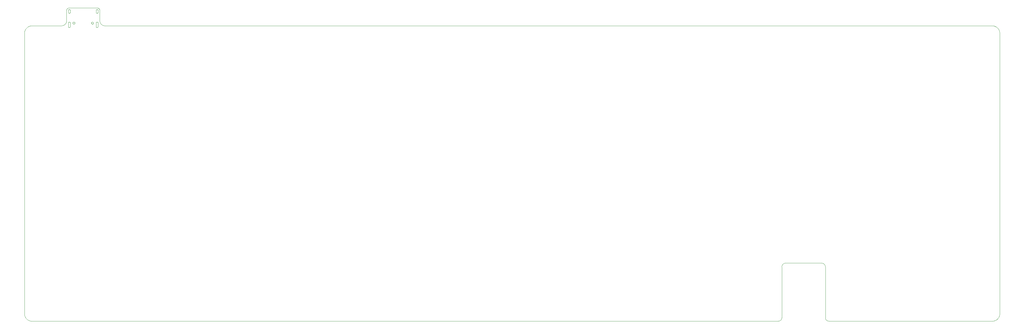
<source format=gbr>
%TF.GenerationSoftware,KiCad,Pcbnew,7.0.7*%
%TF.CreationDate,2023-09-26T20:46:34+02:00*%
%TF.ProjectId,32u4,33327534-2e6b-4696-9361-645f70636258,rev?*%
%TF.SameCoordinates,Original*%
%TF.FileFunction,Profile,NP*%
%FSLAX46Y46*%
G04 Gerber Fmt 4.6, Leading zero omitted, Abs format (unit mm)*
G04 Created by KiCad (PCBNEW 7.0.7) date 2023-09-26 20:46:34*
%MOMM*%
%LPD*%
G01*
G04 APERTURE LIST*
%TA.AperFunction,Profile*%
%ADD10C,0.010000*%
%TD*%
%ADD11C,0.010000*%
G04 APERTURE END LIST*
D10*
X33630001Y-28874999D02*
X33630001Y-28874999D01*
D11*
X40989999Y-26109807D02*
X40998595Y-26104650D01*
X41015147Y-26093567D01*
X41030815Y-26081500D01*
X41045570Y-26068504D01*
X41059379Y-26054635D01*
X41072210Y-26039946D01*
X41084033Y-26024493D01*
X41094815Y-26008330D01*
X41104525Y-25991511D01*
X41113132Y-25974092D01*
X41120604Y-25956126D01*
X41126909Y-25937670D01*
X41132016Y-25918776D01*
X41135893Y-25899500D01*
X41138509Y-25879897D01*
X41139832Y-25860022D01*
X41139999Y-25849999D01*
X39109737Y-29075628D02*
X39105249Y-29087065D01*
X39101217Y-29098597D01*
X39097637Y-29110214D01*
X39094509Y-29121902D01*
X39091828Y-29133649D01*
X39089593Y-29145445D01*
X39087802Y-29157276D01*
X39086452Y-29169132D01*
X39085540Y-29180999D01*
X39085065Y-29192867D01*
X39085023Y-29204722D01*
X39085413Y-29216554D01*
X39086233Y-29228350D01*
X39087479Y-29240098D01*
X39089150Y-29251787D01*
X39091242Y-29263404D01*
X39093755Y-29274938D01*
X39096684Y-29286376D01*
X39100029Y-29297707D01*
X39103786Y-29308919D01*
X39107954Y-29319999D01*
X39112529Y-29330937D01*
X39117509Y-29341719D01*
X39122893Y-29352334D01*
X39128678Y-29362770D01*
X39134860Y-29373016D01*
X39141439Y-29383058D01*
X39148411Y-29392886D01*
X39155775Y-29402487D01*
X39163527Y-29411849D01*
X39171666Y-29420961D01*
X39180189Y-29429811D01*
X32350001Y-30539805D02*
X32358597Y-30534648D01*
X32375149Y-30523565D01*
X32390817Y-30511498D01*
X32405572Y-30498502D01*
X32419381Y-30484633D01*
X32432212Y-30469944D01*
X32444035Y-30454491D01*
X32454817Y-30438328D01*
X32464527Y-30421509D01*
X32473134Y-30404090D01*
X32480606Y-30386124D01*
X32486911Y-30367668D01*
X32492018Y-30348774D01*
X32495895Y-30329498D01*
X32498511Y-30309895D01*
X32499834Y-30290020D01*
X32500001Y-30279997D01*
X32162207Y-24483458D02*
X32121379Y-24484479D01*
X32081086Y-24487532D01*
X32041378Y-24492565D01*
X32002305Y-24499529D01*
X31963916Y-24508375D01*
X31926261Y-24519052D01*
X31889391Y-24531510D01*
X31853354Y-24545701D01*
X31818201Y-24561574D01*
X31783981Y-24579079D01*
X31750745Y-24598167D01*
X31718542Y-24618788D01*
X31687422Y-24640892D01*
X31657435Y-24664429D01*
X31628630Y-24689349D01*
X31601059Y-24715604D01*
X31574769Y-24743142D01*
X31549812Y-24771915D01*
X31526237Y-24801872D01*
X31504093Y-24832964D01*
X31483432Y-24865141D01*
X31464302Y-24898353D01*
X31446753Y-24932550D01*
X31430836Y-24967683D01*
X31416599Y-25003702D01*
X31404094Y-25040557D01*
X31393369Y-25078198D01*
X31384475Y-25116576D01*
X31377461Y-25155640D01*
X31372378Y-25195342D01*
X31369274Y-25235630D01*
X31368201Y-25276457D01*
D10*
X40540000Y-30279997D02*
X40540000Y-29180001D01*
X252735258Y-122114373D02*
G75*
G03*
X253735173Y-121114545I42J999873D01*
G01*
D11*
X40689999Y-24990193D02*
X40681402Y-24995349D01*
X40664850Y-25006432D01*
X40649182Y-25018499D01*
X40634427Y-25031495D01*
X40620619Y-25045364D01*
X40607787Y-25060053D01*
X40595965Y-25075506D01*
X40585183Y-25091669D01*
X40575472Y-25108488D01*
X40566866Y-25125907D01*
X40559394Y-25143872D01*
X40553089Y-25162329D01*
X40547982Y-25181222D01*
X40544105Y-25200498D01*
X40541489Y-25220101D01*
X40540166Y-25239976D01*
X40540000Y-25250000D01*
X320787197Y-30736460D02*
X320744866Y-30695166D01*
X320701626Y-30655031D01*
X320657503Y-30616063D01*
X320612520Y-30578273D01*
X320566701Y-30541671D01*
X320520072Y-30506268D01*
X320472657Y-30472072D01*
X320424480Y-30439095D01*
X320375565Y-30407347D01*
X320325937Y-30376837D01*
X320275621Y-30347576D01*
X320224641Y-30319573D01*
X320173021Y-30292840D01*
X320120785Y-30267386D01*
X320067959Y-30243220D01*
X320014567Y-30220355D01*
X319960632Y-30198798D01*
X319906180Y-30178561D01*
X319851235Y-30159654D01*
X319795821Y-30142086D01*
X319739963Y-30125869D01*
X319683685Y-30111011D01*
X319627012Y-30097523D01*
X319569968Y-30085416D01*
X319512578Y-30074699D01*
X319454865Y-30065382D01*
X319396855Y-30057476D01*
X319338572Y-30050990D01*
X319280040Y-30045936D01*
X319221283Y-30042322D01*
X319162327Y-30040159D01*
X319103196Y-30039458D01*
D10*
X254985173Y-104003573D02*
G75*
G03*
X253735173Y-105253550I27J-1250027D01*
G01*
D11*
X39639809Y-28970190D02*
X39628131Y-28959076D01*
X39615970Y-28948600D01*
X39603354Y-28938772D01*
X39590309Y-28929603D01*
X39576862Y-28921104D01*
X39563038Y-28913286D01*
X39548866Y-28906160D01*
X39534371Y-28899738D01*
X39519580Y-28894030D01*
X39504520Y-28889047D01*
X39489218Y-28884800D01*
X39473699Y-28881301D01*
X39457991Y-28878560D01*
X39442121Y-28876589D01*
X39426114Y-28875398D01*
X39409999Y-28874999D01*
X31900001Y-25849999D02*
X31900167Y-25860022D01*
X31901490Y-25879897D01*
X31904106Y-25899500D01*
X31907983Y-25918776D01*
X31913090Y-25937670D01*
X31919395Y-25956126D01*
X31926867Y-25974092D01*
X31935474Y-25991511D01*
X31945184Y-26008330D01*
X31955966Y-26024493D01*
X31967789Y-26039946D01*
X31980620Y-26054635D01*
X31994429Y-26068504D01*
X32009184Y-26081500D01*
X32024852Y-26093567D01*
X32041404Y-26104650D01*
X32050001Y-26109807D01*
X321484194Y-32420463D02*
X321483492Y-32361331D01*
X321481329Y-32302375D01*
X321477716Y-32243618D01*
X321472661Y-32185086D01*
X321466176Y-32126803D01*
X321458270Y-32068793D01*
X321448953Y-32011080D01*
X321438236Y-31953690D01*
X321426129Y-31896646D01*
X321412642Y-31839972D01*
X321397784Y-31783695D01*
X321381567Y-31727837D01*
X321363999Y-31672423D01*
X321345092Y-31617478D01*
X321324855Y-31563025D01*
X321303299Y-31509091D01*
X321280433Y-31455698D01*
X321256268Y-31402872D01*
X321230814Y-31350637D01*
X321204081Y-31299016D01*
X321176079Y-31248036D01*
X321146818Y-31197720D01*
X321116308Y-31148092D01*
X321084560Y-31099177D01*
X321051583Y-31051000D01*
X321017388Y-31003584D01*
X320981984Y-30956955D01*
X320945383Y-30911137D01*
X320907593Y-30866154D01*
X320868625Y-30822030D01*
X320828490Y-30778791D01*
X320787197Y-30736460D01*
X33955002Y-29200000D02*
X33954602Y-29183884D01*
X33953411Y-29167877D01*
X33951440Y-29152007D01*
X33948699Y-29136299D01*
X33945200Y-29120781D01*
X33940953Y-29105478D01*
X33935970Y-29090418D01*
X33930262Y-29075627D01*
X33923840Y-29061132D01*
X33916714Y-29046960D01*
X33908896Y-29033137D01*
X33900397Y-29019689D01*
X33891228Y-29006644D01*
X33881400Y-28994028D01*
X33870924Y-28981867D01*
X33859811Y-28970190D01*
X40689999Y-28920194D02*
X40681402Y-28925350D01*
X40664850Y-28936433D01*
X40649182Y-28948500D01*
X40634427Y-28961496D01*
X40620618Y-28975365D01*
X40607787Y-28990054D01*
X40595964Y-29005507D01*
X40585182Y-29021670D01*
X40575472Y-29038489D01*
X40566865Y-29055908D01*
X40559394Y-29073873D01*
X40553089Y-29092330D01*
X40547982Y-29111223D01*
X40544105Y-29130499D01*
X40541489Y-29150102D01*
X40540166Y-29169977D01*
X40540000Y-29180001D01*
X33630001Y-28874999D02*
X33617717Y-28875229D01*
X33605519Y-28875917D01*
X33593417Y-28877056D01*
X33581421Y-28878638D01*
X33569542Y-28880657D01*
X33557789Y-28883107D01*
X33546172Y-28885979D01*
X33534703Y-28889269D01*
X33523390Y-28892968D01*
X33512244Y-28897070D01*
X33501275Y-28901569D01*
X33490493Y-28906457D01*
X33479908Y-28911728D01*
X33469531Y-28917375D01*
X33459371Y-28923392D01*
X33449439Y-28929771D01*
X33439745Y-28936506D01*
X33430299Y-28943590D01*
X33421110Y-28951016D01*
X33412190Y-28958778D01*
X33403547Y-28966868D01*
X33395193Y-28975281D01*
X33387138Y-28984008D01*
X33379391Y-28993045D01*
X33371963Y-29002382D01*
X33364864Y-29012015D01*
X33358103Y-29021936D01*
X33351692Y-29032139D01*
X33345639Y-29042616D01*
X33339956Y-29053361D01*
X33334653Y-29064367D01*
X33329739Y-29075628D01*
D10*
X252735258Y-122114460D02*
X20652198Y-122114460D01*
X41139999Y-25250000D02*
X41139999Y-25849999D01*
D11*
X32050001Y-26109807D02*
X32058764Y-26114674D01*
X32076639Y-26123466D01*
X32094923Y-26131002D01*
X32113555Y-26137282D01*
X32132471Y-26142306D01*
X32151607Y-26146074D01*
X32170901Y-26148586D01*
X32190290Y-26149842D01*
X32209711Y-26149842D01*
X32229100Y-26148586D01*
X32248394Y-26146074D01*
X32267530Y-26142306D01*
X32286446Y-26137282D01*
X32305078Y-26131002D01*
X32323362Y-26123466D01*
X32341237Y-26114674D01*
X32350001Y-26109807D01*
X320787194Y-121417459D02*
X320828487Y-121375127D01*
X320868622Y-121331888D01*
X320907590Y-121287764D01*
X320945380Y-121242781D01*
X320981981Y-121196963D01*
X321017385Y-121150334D01*
X321051580Y-121102919D01*
X321084557Y-121054741D01*
X321116305Y-121005827D01*
X321146815Y-120956199D01*
X321176076Y-120905883D01*
X321204078Y-120854903D01*
X321230812Y-120803282D01*
X321256266Y-120751047D01*
X321280431Y-120698221D01*
X321303297Y-120644829D01*
X321324853Y-120590894D01*
X321345090Y-120536442D01*
X321363997Y-120481497D01*
X321381565Y-120426083D01*
X321397782Y-120370226D01*
X321412640Y-120313948D01*
X321426128Y-120257275D01*
X321438235Y-120200231D01*
X321448952Y-120142840D01*
X321458269Y-120085128D01*
X321466175Y-120027118D01*
X321472660Y-119968835D01*
X321477715Y-119910303D01*
X321481329Y-119851546D01*
X321483492Y-119792590D01*
X321484194Y-119733459D01*
D10*
X18271186Y-32420462D02*
X18271186Y-119733459D01*
D11*
X40989999Y-30539805D02*
X40998595Y-30534648D01*
X41015147Y-30523565D01*
X41030815Y-30511498D01*
X41045570Y-30498502D01*
X41059379Y-30484633D01*
X41072210Y-30469944D01*
X41084033Y-30454491D01*
X41094815Y-30438328D01*
X41104525Y-30421509D01*
X41113132Y-30404090D01*
X41120604Y-30386124D01*
X41126909Y-30367668D01*
X41132016Y-30348774D01*
X41135893Y-30329498D01*
X41138509Y-30309895D01*
X41139832Y-30290020D01*
X41139999Y-30279997D01*
X41687201Y-28451460D02*
X41689245Y-28533151D01*
X41695355Y-28613771D01*
X41705429Y-28693220D01*
X41719369Y-28771398D01*
X41737074Y-28848206D01*
X41758446Y-28923544D01*
X41783383Y-28997311D01*
X41811787Y-29069409D01*
X41843557Y-29139737D01*
X41878595Y-29208197D01*
X41916800Y-29274687D01*
X41958073Y-29339108D01*
X42002313Y-29401361D01*
X42049422Y-29461345D01*
X42099300Y-29518961D01*
X42151847Y-29574110D01*
X42206962Y-29626691D01*
X42264547Y-29676604D01*
X42324502Y-29723751D01*
X42386727Y-29768030D01*
X42451123Y-29809343D01*
X42517589Y-29847590D01*
X42586026Y-29882670D01*
X42656335Y-29914485D01*
X42728415Y-29942934D01*
X42802167Y-29967917D01*
X42877491Y-29989335D01*
X42954288Y-30007088D01*
X43032458Y-30021077D01*
X43111900Y-30031201D01*
X43192517Y-30037361D01*
X43274207Y-30039457D01*
X39180189Y-29429811D02*
X39189038Y-29438333D01*
X39198149Y-29446472D01*
X39207512Y-29454224D01*
X39217113Y-29461587D01*
X39226940Y-29468560D01*
X39236983Y-29475138D01*
X39247228Y-29481321D01*
X39257664Y-29487105D01*
X39268279Y-29492489D01*
X39279062Y-29497470D01*
X39289999Y-29502045D01*
X39301079Y-29506212D01*
X39312291Y-29509969D01*
X39323622Y-29513314D01*
X39335060Y-29516244D01*
X39346594Y-29518756D01*
X39358211Y-29520849D01*
X39369900Y-29522519D01*
X39381648Y-29523765D01*
X39393444Y-29524585D01*
X39405276Y-29524975D01*
X39417132Y-29524933D01*
X39428999Y-29524458D01*
X39440866Y-29523546D01*
X39452722Y-29522196D01*
X39464553Y-29520405D01*
X39476349Y-29518170D01*
X39488096Y-29515489D01*
X39499784Y-29512361D01*
X39511401Y-29508781D01*
X39522933Y-29504749D01*
X39534371Y-29500262D01*
D10*
X32500002Y-29180000D02*
X32500001Y-30279997D01*
D11*
X40989998Y-28920193D02*
X40981234Y-28915325D01*
X40963359Y-28906533D01*
X40945075Y-28898997D01*
X40926443Y-28892717D01*
X40907528Y-28887693D01*
X40888391Y-28883925D01*
X40869097Y-28881413D01*
X40849708Y-28880157D01*
X40830287Y-28880158D01*
X40810899Y-28881414D01*
X40791604Y-28883926D01*
X40772468Y-28887694D01*
X40753552Y-28892718D01*
X40734921Y-28898998D01*
X40716636Y-28906534D01*
X40698762Y-28915326D01*
X40689999Y-28920194D01*
X32050001Y-24990193D02*
X32041404Y-24995349D01*
X32024852Y-25006432D01*
X32009184Y-25018499D01*
X31994429Y-25031495D01*
X31980621Y-25045364D01*
X31967789Y-25060053D01*
X31955967Y-25075506D01*
X31945185Y-25091669D01*
X31935474Y-25108488D01*
X31926868Y-25125907D01*
X31919396Y-25143872D01*
X31913091Y-25162329D01*
X31907984Y-25181222D01*
X31904107Y-25200498D01*
X31901491Y-25220101D01*
X31900168Y-25239976D01*
X31900002Y-25250000D01*
X32050002Y-28920193D02*
X32041405Y-28925348D01*
X32024853Y-28936432D01*
X32009185Y-28948499D01*
X31994430Y-28961494D01*
X31980621Y-28975364D01*
X31967790Y-28990052D01*
X31955967Y-29005506D01*
X31945185Y-29021669D01*
X31935475Y-29038488D01*
X31926868Y-29055907D01*
X31919396Y-29073872D01*
X31913091Y-29092329D01*
X31907984Y-29111222D01*
X31904107Y-29130498D01*
X31901491Y-29150101D01*
X31900168Y-29169976D01*
X31900002Y-29180000D01*
X40539999Y-30279997D02*
X40540165Y-30290020D01*
X40541488Y-30309895D01*
X40544104Y-30329498D01*
X40547981Y-30348774D01*
X40553088Y-30367668D01*
X40559393Y-30386124D01*
X40566865Y-30404090D01*
X40575472Y-30421509D01*
X40585182Y-30438328D01*
X40595964Y-30454491D01*
X40607787Y-30469944D01*
X40620618Y-30484633D01*
X40634427Y-30498502D01*
X40649182Y-30511498D01*
X40664850Y-30523565D01*
X40681402Y-30534648D01*
X40689999Y-30539805D01*
X33754373Y-29500262D02*
X33765633Y-29495347D01*
X33776639Y-29490044D01*
X33787384Y-29484361D01*
X33797861Y-29478308D01*
X33808064Y-29471897D01*
X33817985Y-29465136D01*
X33827618Y-29458037D01*
X33836955Y-29450609D01*
X33845992Y-29442862D01*
X33854719Y-29434807D01*
X33863132Y-29426453D01*
X33871222Y-29417810D01*
X33878984Y-29408890D01*
X33886410Y-29399701D01*
X33893494Y-29390255D01*
X33900229Y-29380561D01*
X33906608Y-29370629D01*
X33912625Y-29360469D01*
X33918272Y-29350092D01*
X33923543Y-29339507D01*
X33928431Y-29328725D01*
X33932930Y-29317756D01*
X33937032Y-29306610D01*
X33940731Y-29295297D01*
X33944021Y-29283828D01*
X33946893Y-29272211D01*
X33949343Y-29260458D01*
X33951362Y-29248579D01*
X33952944Y-29236583D01*
X33954083Y-29224481D01*
X33954771Y-29212283D01*
X33955002Y-29200000D01*
X40989998Y-24990193D02*
X40981234Y-24985326D01*
X40963359Y-24976534D01*
X40945075Y-24968998D01*
X40926443Y-24962718D01*
X40907528Y-24957694D01*
X40888391Y-24953926D01*
X40869097Y-24951414D01*
X40849709Y-24950158D01*
X40830288Y-24950158D01*
X40810899Y-24951414D01*
X40791605Y-24953926D01*
X40772469Y-24957694D01*
X40753553Y-24962718D01*
X40734921Y-24968998D01*
X40716637Y-24976534D01*
X40698762Y-24985326D01*
X40689999Y-24990193D01*
X32350001Y-26109807D02*
X32358597Y-26104650D01*
X32375149Y-26093567D01*
X32390817Y-26081500D01*
X32405572Y-26068504D01*
X32419381Y-26054635D01*
X32432212Y-26039946D01*
X32444035Y-26024493D01*
X32454817Y-26008330D01*
X32464527Y-25991511D01*
X32473134Y-25974092D01*
X32480606Y-25956126D01*
X32486911Y-25937670D01*
X32492018Y-25918776D01*
X32495895Y-25899500D01*
X32498511Y-25879897D01*
X32499834Y-25860022D01*
X32500001Y-25849999D01*
X33859811Y-28970190D02*
X33848133Y-28959076D01*
X33835972Y-28948600D01*
X33823356Y-28938772D01*
X33810311Y-28929603D01*
X33796864Y-28921104D01*
X33783040Y-28913286D01*
X33768868Y-28906160D01*
X33754373Y-28899738D01*
X33739582Y-28894030D01*
X33724522Y-28889047D01*
X33709220Y-28884800D01*
X33693701Y-28881301D01*
X33677993Y-28878560D01*
X33662123Y-28876589D01*
X33646116Y-28875398D01*
X33630001Y-28874999D01*
D10*
X41139999Y-29180000D02*
X41139999Y-30279997D01*
X254985173Y-104003550D02*
X256485088Y-104003550D01*
X267310050Y-105253550D02*
G75*
G03*
X266060000Y-104003550I-1250050J-50D01*
G01*
X40540000Y-25849999D02*
X40540000Y-25250000D01*
D11*
X39409999Y-28874999D02*
X39397715Y-28875229D01*
X39385517Y-28875917D01*
X39373415Y-28877056D01*
X39361419Y-28878638D01*
X39349540Y-28880657D01*
X39337787Y-28883107D01*
X39326170Y-28885979D01*
X39314701Y-28889269D01*
X39303388Y-28892968D01*
X39292242Y-28897070D01*
X39281273Y-28901569D01*
X39270491Y-28906457D01*
X39259906Y-28911728D01*
X39249529Y-28917375D01*
X39239369Y-28923392D01*
X39229437Y-28929771D01*
X39219743Y-28936506D01*
X39210297Y-28943590D01*
X39201108Y-28951016D01*
X39192188Y-28958778D01*
X39183545Y-28966868D01*
X39175191Y-28975281D01*
X39167136Y-28984008D01*
X39159389Y-28993045D01*
X39151961Y-29002382D01*
X39144862Y-29012015D01*
X39138101Y-29021936D01*
X39131690Y-29032139D01*
X39125637Y-29042616D01*
X39119954Y-29053361D01*
X39114651Y-29064367D01*
X39109737Y-29075628D01*
D10*
X267309941Y-121114544D02*
G75*
G03*
X268309915Y-122114459I999959J44D01*
G01*
X31900002Y-30279997D02*
X31900002Y-29180000D01*
D11*
X33400191Y-29429811D02*
X33409040Y-29438333D01*
X33418151Y-29446472D01*
X33427514Y-29454224D01*
X33437115Y-29461587D01*
X33446942Y-29468560D01*
X33456985Y-29475138D01*
X33467230Y-29481321D01*
X33477666Y-29487105D01*
X33488281Y-29492489D01*
X33499064Y-29497470D01*
X33510001Y-29502045D01*
X33521081Y-29506212D01*
X33532293Y-29509969D01*
X33543624Y-29513314D01*
X33555062Y-29516244D01*
X33566596Y-29518756D01*
X33578213Y-29520849D01*
X33589902Y-29522519D01*
X33601650Y-29523765D01*
X33613446Y-29524585D01*
X33625278Y-29524975D01*
X33637134Y-29524933D01*
X33649001Y-29524458D01*
X33660868Y-29523546D01*
X33672724Y-29522196D01*
X33684555Y-29520405D01*
X33696351Y-29518170D01*
X33708098Y-29515489D01*
X33719786Y-29512361D01*
X33731403Y-29508781D01*
X33742935Y-29504749D01*
X33754373Y-29500262D01*
D10*
X319103196Y-30039457D02*
X43274207Y-30039457D01*
D11*
X40689999Y-30539805D02*
X40698762Y-30544672D01*
X40716637Y-30553464D01*
X40734921Y-30561000D01*
X40753553Y-30567280D01*
X40772469Y-30572304D01*
X40791605Y-30576072D01*
X40810899Y-30578584D01*
X40830288Y-30579840D01*
X40849709Y-30579840D01*
X40869098Y-30578584D01*
X40888392Y-30576072D01*
X40907528Y-30572304D01*
X40926444Y-30567280D01*
X40945076Y-30561000D01*
X40963360Y-30553464D01*
X40981235Y-30544672D01*
X40989999Y-30539805D01*
X40539999Y-25849999D02*
X40540165Y-25860022D01*
X40541488Y-25879897D01*
X40544104Y-25899500D01*
X40547981Y-25918776D01*
X40553088Y-25937670D01*
X40559393Y-25956126D01*
X40566865Y-25974092D01*
X40575472Y-25991511D01*
X40585182Y-26008330D01*
X40595964Y-26024493D01*
X40607787Y-26039946D01*
X40620618Y-26054635D01*
X40634427Y-26068504D01*
X40649182Y-26081500D01*
X40664850Y-26093567D01*
X40681402Y-26104650D01*
X40689999Y-26109807D01*
D10*
X267310000Y-121114544D02*
X267310000Y-105253550D01*
D11*
X319103195Y-122114459D02*
X319162326Y-122113757D01*
X319221282Y-122111594D01*
X319280038Y-122107980D01*
X319338570Y-122102925D01*
X319396854Y-122096440D01*
X319454864Y-122088534D01*
X319512576Y-122079217D01*
X319569966Y-122068500D01*
X319627010Y-122056392D01*
X319683683Y-122042905D01*
X319739961Y-122028047D01*
X319795819Y-122011829D01*
X319851233Y-121994262D01*
X319906178Y-121975355D01*
X319960630Y-121955118D01*
X320014564Y-121933561D01*
X320067957Y-121910696D01*
X320120783Y-121886531D01*
X320173018Y-121861076D01*
X320224638Y-121834343D01*
X320275618Y-121806341D01*
X320325935Y-121777080D01*
X320375562Y-121746570D01*
X320424477Y-121714822D01*
X320472654Y-121681845D01*
X320520069Y-121647649D01*
X320566698Y-121612246D01*
X320612517Y-121575644D01*
X320657500Y-121537855D01*
X320701623Y-121498887D01*
X320744863Y-121458752D01*
X320787194Y-121417459D01*
X32050001Y-30539805D02*
X32058764Y-30544672D01*
X32076639Y-30553464D01*
X32094923Y-30561000D01*
X32113555Y-30567280D01*
X32132471Y-30572304D01*
X32151607Y-30576072D01*
X32170901Y-30578584D01*
X32190290Y-30579840D01*
X32209711Y-30579840D01*
X32229100Y-30578584D01*
X32248394Y-30576072D01*
X32267530Y-30572304D01*
X32286446Y-30567280D01*
X32305078Y-30561000D01*
X32323362Y-30553464D01*
X32341237Y-30544672D01*
X32350001Y-30539805D01*
X31900001Y-30279997D02*
X31900167Y-30290020D01*
X31901490Y-30309895D01*
X31904106Y-30329498D01*
X31907983Y-30348774D01*
X31913090Y-30367668D01*
X31919395Y-30386124D01*
X31926867Y-30404090D01*
X31935474Y-30421509D01*
X31945184Y-30438328D01*
X31955966Y-30454491D01*
X31967789Y-30469944D01*
X31980620Y-30484633D01*
X31994429Y-30498502D01*
X32009184Y-30511498D01*
X32024852Y-30523565D01*
X32041404Y-30534648D01*
X32050001Y-30539805D01*
D10*
X32500001Y-25250000D02*
X32500001Y-25849999D01*
D11*
X32350000Y-24990193D02*
X32341236Y-24985326D01*
X32323361Y-24976534D01*
X32305077Y-24968998D01*
X32286445Y-24962718D01*
X32267530Y-24957694D01*
X32248393Y-24953926D01*
X32229099Y-24951414D01*
X32209711Y-24950158D01*
X32190290Y-24950158D01*
X32170901Y-24951414D01*
X32151607Y-24953926D01*
X32132471Y-24957694D01*
X32113555Y-24962718D01*
X32094923Y-24968998D01*
X32076639Y-24976534D01*
X32058764Y-24985326D01*
X32050001Y-24990193D01*
D10*
X268309915Y-122114459D02*
X319103195Y-122114459D01*
X31900002Y-25849999D02*
X31900002Y-25250000D01*
D11*
X41687201Y-25276458D02*
X41686127Y-25235631D01*
X41683023Y-25195343D01*
X41677940Y-25155641D01*
X41670926Y-25116576D01*
X41662032Y-25078199D01*
X41651307Y-25040557D01*
X41638802Y-25003702D01*
X41624566Y-24967684D01*
X41608648Y-24932550D01*
X41591100Y-24898353D01*
X41571970Y-24865141D01*
X41551308Y-24832964D01*
X41529165Y-24801872D01*
X41505590Y-24771915D01*
X41480632Y-24743142D01*
X41454343Y-24715604D01*
X41426771Y-24689349D01*
X41397967Y-24664428D01*
X41367980Y-24640891D01*
X41336860Y-24618787D01*
X41304657Y-24598166D01*
X41271420Y-24579078D01*
X41237201Y-24561573D01*
X41202047Y-24545700D01*
X41166011Y-24531510D01*
X41129140Y-24519051D01*
X41091485Y-24508374D01*
X41053096Y-24499528D01*
X41014023Y-24492564D01*
X40974315Y-24487531D01*
X40934022Y-24484478D01*
X40893195Y-24483457D01*
X33329739Y-29075628D02*
X33325251Y-29087065D01*
X33321219Y-29098597D01*
X33317639Y-29110214D01*
X33314511Y-29121902D01*
X33311830Y-29133649D01*
X33309595Y-29145445D01*
X33307804Y-29157276D01*
X33306454Y-29169132D01*
X33305542Y-29180999D01*
X33305067Y-29192867D01*
X33305025Y-29204722D01*
X33305415Y-29216554D01*
X33306235Y-29228350D01*
X33307481Y-29240098D01*
X33309152Y-29251787D01*
X33311244Y-29263404D01*
X33313757Y-29274938D01*
X33316686Y-29286376D01*
X33320031Y-29297707D01*
X33323788Y-29308919D01*
X33327956Y-29319999D01*
X33332531Y-29330937D01*
X33337511Y-29341719D01*
X33342895Y-29352334D01*
X33348680Y-29362770D01*
X33354862Y-29373016D01*
X33361441Y-29383058D01*
X33368413Y-29392886D01*
X33375777Y-29402487D01*
X33383529Y-29411849D01*
X33391668Y-29420961D01*
X33400191Y-29429811D01*
X41139998Y-29179999D02*
X41139831Y-29169975D01*
X41138508Y-29150100D01*
X41135892Y-29130497D01*
X41132015Y-29111221D01*
X41126908Y-29092328D01*
X41120603Y-29073871D01*
X41113131Y-29055906D01*
X41104524Y-29038487D01*
X41094814Y-29021668D01*
X41084032Y-29005505D01*
X41072209Y-28990052D01*
X41059378Y-28975363D01*
X41045569Y-28961494D01*
X41030814Y-28948499D01*
X41015146Y-28936432D01*
X40998594Y-28925348D01*
X40989998Y-28920193D01*
X20652197Y-30039457D02*
X20529679Y-30042574D01*
X20408770Y-30051786D01*
X20289619Y-30066944D01*
X20172376Y-30087897D01*
X20057190Y-30114495D01*
X19944210Y-30146591D01*
X19833587Y-30184033D01*
X19725470Y-30226673D01*
X19620008Y-30274360D01*
X19517351Y-30326946D01*
X19417649Y-30384281D01*
X19321050Y-30446215D01*
X19227705Y-30512598D01*
X19137763Y-30583282D01*
X19051374Y-30658117D01*
X18968686Y-30736953D01*
X18889850Y-30819640D01*
X18815015Y-30906029D01*
X18744331Y-30995971D01*
X18677947Y-31089316D01*
X18616013Y-31185915D01*
X18558678Y-31285617D01*
X18506092Y-31388274D01*
X18458404Y-31493736D01*
X18415764Y-31601853D01*
X18378322Y-31712476D01*
X18346226Y-31825455D01*
X18319627Y-31940641D01*
X18298674Y-32057884D01*
X18283516Y-32177035D01*
X18274304Y-32297944D01*
X18271186Y-32420462D01*
X40689999Y-26109807D02*
X40698762Y-26114674D01*
X40716637Y-26123466D01*
X40734921Y-26131002D01*
X40753553Y-26137282D01*
X40772469Y-26142306D01*
X40791605Y-26146074D01*
X40810899Y-26148586D01*
X40830288Y-26149842D01*
X40849709Y-26149842D01*
X40869098Y-26148586D01*
X40888392Y-26146074D01*
X40907528Y-26142306D01*
X40926444Y-26137282D01*
X40945076Y-26131002D01*
X40963360Y-26123466D01*
X40981235Y-26114674D01*
X40989999Y-26109807D01*
X32350002Y-28920193D02*
X32341238Y-28915325D01*
X32323363Y-28906533D01*
X32305079Y-28898997D01*
X32286447Y-28892717D01*
X32267531Y-28887693D01*
X32248395Y-28883925D01*
X32229101Y-28881413D01*
X32209712Y-28880157D01*
X32190291Y-28880157D01*
X32170902Y-28881413D01*
X32151608Y-28883925D01*
X32132472Y-28887693D01*
X32113556Y-28892717D01*
X32094924Y-28898997D01*
X32076640Y-28906533D01*
X32058765Y-28915325D01*
X32050002Y-28920193D01*
X32500000Y-25250000D02*
X32499833Y-25239976D01*
X32498510Y-25220101D01*
X32495894Y-25200498D01*
X32492017Y-25181222D01*
X32486910Y-25162329D01*
X32480605Y-25143872D01*
X32473133Y-25125907D01*
X32464527Y-25108488D01*
X32454816Y-25091669D01*
X32444034Y-25075506D01*
X32432212Y-25060053D01*
X32419380Y-25045364D01*
X32405571Y-25031495D01*
X32390817Y-25018499D01*
X32375148Y-25006432D01*
X32358596Y-24995349D01*
X32350000Y-24990193D01*
X41139998Y-25250000D02*
X41139831Y-25239976D01*
X41138508Y-25220101D01*
X41135892Y-25200498D01*
X41132015Y-25181222D01*
X41126908Y-25162329D01*
X41120603Y-25143872D01*
X41113131Y-25125907D01*
X41104525Y-25108488D01*
X41094814Y-25091669D01*
X41084032Y-25075506D01*
X41072210Y-25060053D01*
X41059378Y-25045364D01*
X41045569Y-25031495D01*
X41030815Y-25018499D01*
X41015146Y-25006432D01*
X40998594Y-24995349D01*
X40989998Y-24990193D01*
D10*
X40893195Y-24483457D02*
X32162207Y-24483457D01*
D11*
X18271185Y-119733460D02*
X18274303Y-119855977D01*
X18283516Y-119976886D01*
X18298674Y-120096037D01*
X18319627Y-120213279D01*
X18346227Y-120328465D01*
X18378323Y-120441444D01*
X18415765Y-120552067D01*
X18458406Y-120660184D01*
X18506094Y-120765645D01*
X18558680Y-120868302D01*
X18616015Y-120968004D01*
X18677949Y-121064602D01*
X18744333Y-121157947D01*
X18815017Y-121247889D01*
X18889852Y-121334278D01*
X18968688Y-121416965D01*
X19051376Y-121495800D01*
X19137765Y-121570635D01*
X19227708Y-121641318D01*
X19321053Y-121707702D01*
X19417651Y-121769636D01*
X19517354Y-121826970D01*
X19620011Y-121879556D01*
X19725472Y-121927243D01*
X19833589Y-121969883D01*
X19944212Y-122007325D01*
X20057191Y-122039420D01*
X20172377Y-122066019D01*
X20289620Y-122086972D01*
X20408771Y-122102129D01*
X20529680Y-122111342D01*
X20652198Y-122114460D01*
X39534371Y-29500262D02*
X39545631Y-29495347D01*
X39556637Y-29490044D01*
X39567382Y-29484361D01*
X39577859Y-29478308D01*
X39588062Y-29471897D01*
X39597983Y-29465136D01*
X39607616Y-29458037D01*
X39616953Y-29450609D01*
X39625990Y-29442862D01*
X39634717Y-29434807D01*
X39643130Y-29426453D01*
X39651220Y-29417810D01*
X39658982Y-29408890D01*
X39666408Y-29399701D01*
X39673492Y-29390255D01*
X39680227Y-29380561D01*
X39686606Y-29370629D01*
X39692623Y-29360469D01*
X39698270Y-29350092D01*
X39703541Y-29339507D01*
X39708429Y-29328725D01*
X39712928Y-29317756D01*
X39717030Y-29306610D01*
X39720729Y-29295297D01*
X39724019Y-29283828D01*
X39726891Y-29272211D01*
X39729341Y-29260458D01*
X39731360Y-29248579D01*
X39732942Y-29236583D01*
X39734081Y-29224481D01*
X39734769Y-29212283D01*
X39735000Y-29200000D01*
X32500002Y-29180000D02*
X32499835Y-29169976D01*
X32498512Y-29150101D01*
X32495896Y-29130498D01*
X32492019Y-29111222D01*
X32486912Y-29092329D01*
X32480607Y-29073872D01*
X32473135Y-29055907D01*
X32464528Y-29038488D01*
X32454818Y-29021669D01*
X32444036Y-29005506D01*
X32432213Y-28990052D01*
X32419382Y-28975364D01*
X32405573Y-28961494D01*
X32390818Y-28948499D01*
X32375150Y-28936432D01*
X32358598Y-28925348D01*
X32350002Y-28920193D01*
D10*
X264560085Y-104003550D02*
X266060000Y-104003550D01*
X31368201Y-25276457D02*
X31368201Y-28451460D01*
D11*
X29781195Y-30039457D02*
X29862884Y-30037361D01*
X29943501Y-30031201D01*
X30022943Y-30021077D01*
X30101113Y-30007088D01*
X30177910Y-29989335D01*
X30253234Y-29967917D01*
X30326986Y-29942934D01*
X30399066Y-29914485D01*
X30469375Y-29882670D01*
X30537812Y-29847590D01*
X30604278Y-29809343D01*
X30668674Y-29768030D01*
X30730899Y-29723751D01*
X30790854Y-29676604D01*
X30848439Y-29626691D01*
X30903555Y-29574110D01*
X30956101Y-29518961D01*
X31005979Y-29461345D01*
X31053088Y-29401361D01*
X31097328Y-29339108D01*
X31138601Y-29274687D01*
X31176806Y-29208197D01*
X31211844Y-29139737D01*
X31243614Y-29069409D01*
X31272018Y-28997311D01*
X31296955Y-28923544D01*
X31318327Y-28848206D01*
X31336032Y-28771398D01*
X31349972Y-28693220D01*
X31360046Y-28613771D01*
X31366156Y-28533151D01*
X31368201Y-28451460D01*
D10*
X256485088Y-104003550D02*
X264560085Y-104003550D01*
X321484194Y-119733459D02*
X321484194Y-32420462D01*
X29781195Y-30039457D02*
X20652197Y-30039457D01*
X253735173Y-121114545D02*
X253735173Y-105253550D01*
X41687202Y-28451460D02*
X41687201Y-25276457D01*
X39409999Y-28874999D02*
X39409999Y-28874999D01*
D11*
X39735000Y-29200000D02*
X39734600Y-29183884D01*
X39733409Y-29167877D01*
X39731438Y-29152007D01*
X39728697Y-29136299D01*
X39725198Y-29120781D01*
X39720951Y-29105478D01*
X39715968Y-29090418D01*
X39710260Y-29075627D01*
X39703838Y-29061132D01*
X39696712Y-29046960D01*
X39688894Y-29033137D01*
X39680395Y-29019689D01*
X39671226Y-29006644D01*
X39661398Y-28994028D01*
X39650922Y-28981867D01*
X39639809Y-28970190D01*
M02*

</source>
